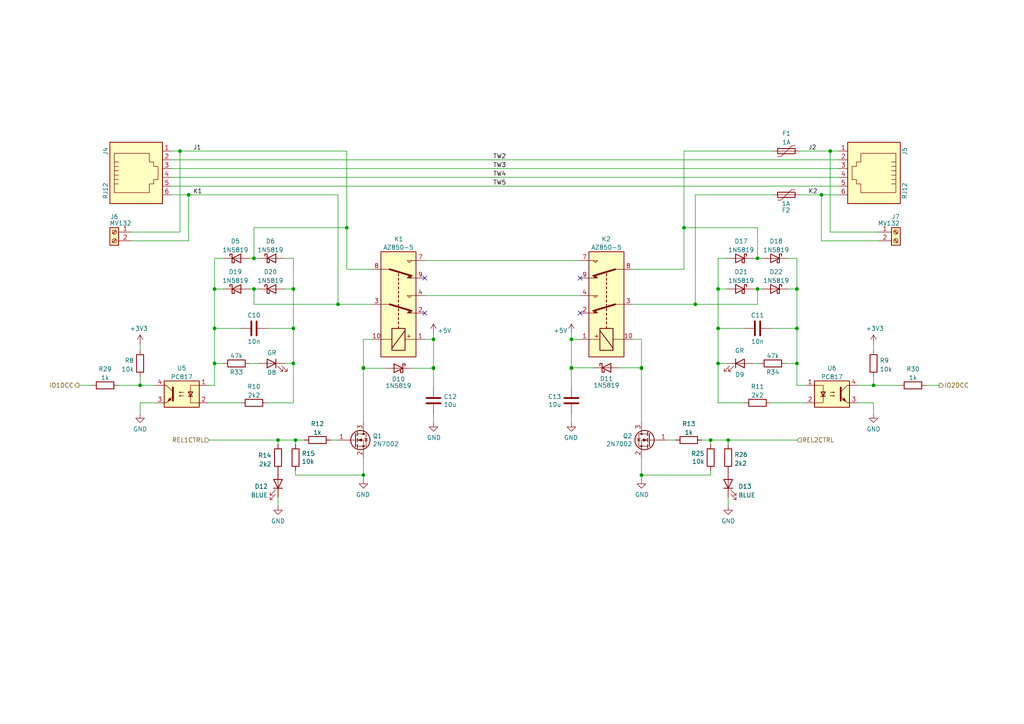
<source format=kicad_sch>
(kicad_sch (version 20211123) (generator eeschema)
  (paper "A4")
  (title_block (title "DCC cutter DC-01 - DCC cutting subschematics") (company "Model Railroader Club Brno I – KMŽ Brno I – https://kmz-brno.cz/") (comment 1 "Jan Horáček") (comment 2 "https://github.com/kmzbrnoI/dc01") (comment 3 "https://creativecommons.org/licenses/by-sa/4.0/") (comment 4 "Released under the Creative Commons Attribution-ShareAlike 4.0 License"))
  (lib_symbols
    (symbol "Connector:RJ12" (pin_names (offset 1.016))
      (property "Reference" "J" (at -5.08 11.43 0))
      (property "Value" "RJ12" (at 2.54 11.43 0))
      (symbol "RJ12_0_1"
        (polyline (pts (xy -6.35 -1.905) (xy -5.08 -1.905) (xy -5.08 -1.905)))
        (polyline (pts (xy -6.35 -0.635) (xy -5.08 -0.635) (xy -5.08 -0.635)))
        (polyline (pts (xy -6.35 0.635) (xy -5.08 0.635) (xy -5.08 0.635)))
        (polyline (pts (xy -6.35 1.905) (xy -5.08 1.905) (xy -5.08 1.905)))
        (polyline (pts (xy -6.35 3.175) (xy -5.08 3.175) (xy -5.08 3.175)))
        (polyline (pts (xy -5.08 4.445) (xy -6.35 4.445) (xy -6.35 4.445)))
        (polyline (pts (xy -6.35 -4.445) (xy -6.35 6.985) (xy 3.81 6.985) (xy 3.81 4.445) (xy 5.08 4.445) (xy 5.08 3.175) (xy 6.35 3.175) (xy 6.35 -0.635) (xy 5.08 -0.635) (xy 5.08 -1.905) (xy 3.81 -1.905) (xy 3.81 -4.445) (xy -6.35 -4.445) (xy -6.35 -4.445)))
        (rectangle (start 7.62 10.16) (end -7.62 -7.62) (stroke (width 0.254)) (fill (type background)))
      )
      (symbol "RJ12_1_1"
        (pin passive line (at 10.16 -5.08 180) (length 2.54) (name "~") (number "1"))
        (pin passive line (at 10.16 -2.54 180) (length 2.54) (name "~") (number "2"))
        (pin passive line (at 10.16 0 180) (length 2.54) (name "~") (number "3"))
        (pin passive line (at 10.16 2.54 180) (length 2.54) (name "~") (number "4"))
        (pin passive line (at 10.16 5.08 180) (length 2.54) (name "~") (number "5"))
        (pin passive line (at 10.16 7.62 180) (length 2.54) (name "~") (number "6"))
      )
    )
    (symbol "Connector:Screw_Terminal_01x02" (pin_names (offset 1.016) hide)
      (property "Reference" "J" (at 0 2.54 0))
      (property "Value" "Screw_Terminal_01x02" (at 0 -5.08 0))
      (symbol "Screw_Terminal_01x02_1_1"
        (rectangle (start -1.27 1.27) (end 1.27 -3.81) (stroke (width 0.254)) (fill (type background)))
        (circle (center 0 -2.54) (radius 0.635) (stroke (width 0.1524)))
        (polyline (pts (xy -0.5334 -2.2098) (xy 0.3302 -3.048)) (stroke (width 0.1524)))
        (polyline (pts (xy -0.5334 0.3302) (xy 0.3302 -0.508)) (stroke (width 0.1524)))
        (polyline (pts (xy -0.3556 -2.032) (xy 0.508 -2.8702)) (stroke (width 0.1524)))
        (polyline (pts (xy -0.3556 0.508) (xy 0.508 -0.3302)) (stroke (width 0.1524)))
        (circle (center 0 0) (radius 0.635) (stroke (width 0.1524)))
        (pin passive line (at -5.08 0 0) (length 3.81) (name "Pin_1") (number "1"))
        (pin passive line (at -5.08 -2.54 0) (length 3.81) (name "Pin_2") (number "2"))
      )
    )
    (symbol "Device:C" (pin_numbers hide) (pin_names (offset 0.254))
      (property "Reference" "C" (at 0.635 2.54 0))
      (property "Value" "C" (at 0.635 -2.54 0))
      (symbol "C_0_1"
        (polyline (pts (xy -2.032 -0.762) (xy 2.032 -0.762)) (stroke (width 0.508)))
        (polyline (pts (xy -2.032 0.762) (xy 2.032 0.762)) (stroke (width 0.508)))
      )
      (symbol "C_1_1"
        (pin passive line (at 0 3.81 270) (length 2.794) (name "~") (number "1"))
        (pin passive line (at 0 -3.81 90) (length 2.794) (name "~") (number "2"))
      )
    )
    (symbol "Device:LED" (pin_numbers hide) (pin_names (offset 1.016) hide)
      (property "Reference" "D" (at 0 2.54 0))
      (property "Value" "LED" (at 0 -2.54 0))
      (symbol "LED_0_1"
        (polyline (pts (xy -1.27 -1.27) (xy -1.27 1.27)) (stroke (width 0.254)))
        (polyline (pts (xy -1.27 0) (xy 1.27 0)))
        (polyline (pts (xy 1.27 -1.27) (xy 1.27 1.27) (xy -1.27 0) (xy 1.27 -1.27)) (stroke (width 0.254)))
        (polyline (pts (xy -3.048 -0.762) (xy -4.572 -2.286) (xy -3.81 -2.286) (xy -4.572 -2.286) (xy -4.572 -1.524)))
        (polyline (pts (xy -1.778 -0.762) (xy -3.302 -2.286) (xy -2.54 -2.286) (xy -3.302 -2.286) (xy -3.302 -1.524)))
      )
      (symbol "LED_1_1"
        (pin passive line (at -3.81 0 0) (length 2.54) (name "K") (number "1"))
        (pin passive line (at 3.81 0 180) (length 2.54) (name "A") (number "2"))
      )
    )
    (symbol "Device:Polyfuse" (pin_numbers hide) (pin_names (offset 0))
      (property "Reference" "F" (at -2.54 0 90))
      (property "Value" "Polyfuse" (at 2.54 0 90))
      (symbol "Polyfuse_0_1"
        (rectangle (start -0.762 2.54) (end 0.762 -2.54) (stroke (width 0.254)))
        (polyline (pts (xy 0 2.54) (xy 0 -2.54)))
        (polyline (pts (xy -1.524 2.54) (xy -1.524 1.524) (xy 1.524 -1.524) (xy 1.524 -2.54)))
      )
      (symbol "Polyfuse_1_1"
        (pin passive line (at 0 3.81 270) (length 1.27) (name "~") (number "1"))
        (pin passive line (at 0 -3.81 90) (length 1.27) (name "~") (number "2"))
      )
    )
    (symbol "Device:R" (pin_numbers hide) (pin_names (offset 0))
      (property "Reference" "R" (at 2.032 0 90))
      (property "Value" "R" (at 0 0 90))
      (symbol "R_0_1"
        (rectangle (start -1.016 -2.54) (end 1.016 2.54) (stroke (width 0.254)))
      )
      (symbol "R_1_1"
        (pin passive line (at 0 3.81 270) (length 1.27) (name "~") (number "1"))
        (pin passive line (at 0 -3.81 90) (length 1.27) (name "~") (number "2"))
      )
    )
    (symbol "Diode:1N5819" (pin_numbers hide) (pin_names (offset 1.016) hide)
      (property "Reference" "D" (at 0 2.54 0))
      (property "Value" "1N5819" (at 0 -2.54 0))
      (symbol "1N5819_0_1"
        (polyline (pts (xy 1.27 0) (xy -1.27 0)))
        (polyline (pts (xy 1.27 1.27) (xy 1.27 -1.27) (xy -1.27 0) (xy 1.27 1.27)) (stroke (width 0.254)))
        (polyline (pts (xy -1.905 0.635) (xy -1.905 1.27) (xy -1.27 1.27) (xy -1.27 -1.27) (xy -0.635 -1.27) (xy -0.635 -0.635)) (stroke (width 0.254)))
      )
      (symbol "1N5819_1_1"
        (pin passive line (at -3.81 0 0) (length 2.54) (name "K") (number "1"))
        (pin passive line (at 3.81 0 180) (length 2.54) (name "A") (number "2"))
      )
    )
    (symbol "Isolator:PC817" (pin_names (offset 1.016))
      (property "Reference" "U" (at -5.08 5.08 0))
      (property "Value" "PC817" (at 0 5.08 0))
      (symbol "PC817_0_1"
        (rectangle (start -5.08 3.81) (end 5.08 -3.81) (stroke (width 0.254)) (fill (type background)))
        (polyline (pts (xy -3.175 -0.635) (xy -1.905 -0.635)) (stroke (width 0.254)))
        (polyline (pts (xy 2.54 0.635) (xy 4.445 2.54)))
        (polyline (pts (xy 4.445 -2.54) (xy 2.54 -0.635)) (fill (type outline)))
        (polyline (pts (xy 4.445 -2.54) (xy 5.08 -2.54)))
        (polyline (pts (xy 4.445 2.54) (xy 5.08 2.54)))
        (polyline (pts (xy -5.08 2.54) (xy -2.54 2.54) (xy -2.54 -0.635)))
        (polyline (pts (xy -2.54 -0.635) (xy -2.54 -2.54) (xy -5.08 -2.54)))
        (polyline (pts (xy 2.54 1.905) (xy 2.54 -1.905) (xy 2.54 -1.905)) (stroke (width 0.508)))
        (polyline (pts (xy -2.54 -0.635) (xy -3.175 0.635) (xy -1.905 0.635) (xy -2.54 -0.635)) (stroke (width 0.254)))
        (polyline (pts (xy -0.508 -0.508) (xy 0.762 -0.508) (xy 0.381 -0.635) (xy 0.381 -0.381) (xy 0.762 -0.508)))
        (polyline (pts (xy -0.508 0.508) (xy 0.762 0.508) (xy 0.381 0.381) (xy 0.381 0.635) (xy 0.762 0.508)))
        (polyline (pts (xy 3.048 -1.651) (xy 3.556 -1.143) (xy 4.064 -2.159) (xy 3.048 -1.651) (xy 3.048 -1.651)) (fill (type outline)))
      )
      (symbol "PC817_1_1"
        (pin passive line (at -7.62 2.54 0) (length 2.54) (name "~") (number "1"))
        (pin passive line (at -7.62 -2.54 0) (length 2.54) (name "~") (number "2"))
        (pin passive line (at 7.62 -2.54 180) (length 2.54) (name "~") (number "3"))
        (pin passive line (at 7.62 2.54 180) (length 2.54) (name "~") (number "4"))
      )
    )
    (symbol "Relay:AZ850-x"
      (property "Reference" "K" (at 16.51 3.81 0))
      (property "Value" "AZ850-x" (at 16.51 1.27 0))
      (symbol "AZ850-x_0_0"
        (text "+" (at -9.271 2.921 0) (effects (font (size 1.27 1.27))))
      )
      (symbol "AZ850-x_0_1"
        (rectangle (start -15.24 5.08) (end 15.24 -5.08) (stroke (width 0.254)) (fill (type background)))
        (rectangle (start -13.335 1.905) (end -6.985 -1.905) (stroke (width 0.254)))
        (polyline (pts (xy -12.7 -1.905) (xy -7.62 1.905)) (stroke (width 0.254)))
        (polyline (pts (xy -10.16 -5.08) (xy -10.16 -1.905)))
        (polyline (pts (xy -10.16 5.08) (xy -10.16 1.905)))
        (polyline (pts (xy -6.985 0) (xy -6.35 0)) (stroke (width 0.254)))
        (polyline (pts (xy -5.715 0) (xy -5.08 0)) (stroke (width 0.254)))
        (polyline (pts (xy -4.445 0) (xy -3.81 0)) (stroke (width 0.254)))
        (polyline (pts (xy -3.175 0) (xy -2.54 0)) (stroke (width 0.254)))
        (polyline (pts (xy -1.905 0) (xy -1.27 0)) (stroke (width 0.254)))
        (polyline (pts (xy -0.635 0) (xy 0 0)) (stroke (width 0.254)))
        (polyline (pts (xy 0 -2.54) (xy -1.905 3.81)) (stroke (width 0.508)))
        (polyline (pts (xy 0 -2.54) (xy 0 -5.08)))
        (polyline (pts (xy 0.635 0) (xy 1.27 0)) (stroke (width 0.254)))
        (polyline (pts (xy 1.905 0) (xy 2.54 0)) (stroke (width 0.254)))
        (polyline (pts (xy 3.175 0) (xy 3.81 0)) (stroke (width 0.254)))
        (polyline (pts (xy 4.445 0) (xy 5.08 0)) (stroke (width 0.254)))
        (polyline (pts (xy 5.715 0) (xy 6.35 0)) (stroke (width 0.254)))
        (polyline (pts (xy 6.985 0) (xy 7.62 0)) (stroke (width 0.254)))
        (polyline (pts (xy 8.255 0) (xy 8.89 0)) (stroke (width 0.254)))
        (polyline (pts (xy 10.16 -2.54) (xy 8.255 3.81)) (stroke (width 0.508)))
        (polyline (pts (xy 10.16 -2.54) (xy 10.16 -5.08)))
        (polyline (pts (xy -2.54 5.08) (xy -2.54 2.54) (xy -1.905 3.175) (xy -2.54 3.81)) (fill (type outline)))
        (polyline (pts (xy 2.54 5.08) (xy 2.54 2.54) (xy 1.905 3.175) (xy 2.54 3.81)))
        (polyline (pts (xy 7.62 5.08) (xy 7.62 2.54) (xy 8.255 3.175) (xy 7.62 3.81)) (fill (type outline)))
        (polyline (pts (xy 12.7 5.08) (xy 12.7 2.54) (xy 12.065 3.175) (xy 12.7 3.81)))
      )
      (symbol "AZ850-x_1_1"
        (pin passive line (at -10.16 7.62 270) (length 2.54) (name "~") (number "1"))
        (pin passive line (at -10.16 -7.62 90) (length 2.54) (name "~") (number "10"))
        (pin passive line (at -2.54 7.62 270) (length 2.54) (name "~") (number "2"))
        (pin passive line (at 0 -7.62 90) (length 2.54) (name "~") (number "3"))
        (pin passive line (at 2.54 7.62 270) (length 2.54) (name "~") (number "4"))
        (pin passive line (at 12.7 7.62 270) (length 2.54) (name "~") (number "7"))
        (pin passive line (at 10.16 -7.62 90) (length 2.54) (name "~") (number "8"))
        (pin passive line (at 7.62 7.62 270) (length 2.54) (name "~") (number "9"))
      )
    )
    (symbol "Transistor_FET:2N7002" (pin_names hide)
      (property "Reference" "Q" (at 5.08 1.905 0))
      (property "Value" "2N7002" (at 5.08 0 0))
      (symbol "2N7002_0_1"
        (polyline (pts (xy 0.254 0) (xy -2.54 0)))
        (polyline (pts (xy 0.254 1.905) (xy 0.254 -1.905)) (stroke (width 0.254)))
        (polyline (pts (xy 0.762 -1.27) (xy 0.762 -2.286)) (stroke (width 0.254)))
        (polyline (pts (xy 0.762 0.508) (xy 0.762 -0.508)) (stroke (width 0.254)))
        (polyline (pts (xy 0.762 2.286) (xy 0.762 1.27)) (stroke (width 0.254)))
        (polyline (pts (xy 2.54 2.54) (xy 2.54 1.778)))
        (polyline (pts (xy 2.54 -2.54) (xy 2.54 0) (xy 0.762 0)))
        (polyline (pts (xy 0.762 -1.778) (xy 3.302 -1.778) (xy 3.302 1.778) (xy 0.762 1.778)))
        (polyline (pts (xy 1.016 0) (xy 2.032 0.381) (xy 2.032 -0.381) (xy 1.016 0)) (fill (type outline)))
        (polyline (pts (xy 2.794 0.508) (xy 2.921 0.381) (xy 3.683 0.381) (xy 3.81 0.254)))
        (polyline (pts (xy 3.302 0.381) (xy 2.921 -0.254) (xy 3.683 -0.254) (xy 3.302 0.381)))
        (circle (center 1.651 0) (radius 2.794) (stroke (width 0.254)))
        (circle (center 2.54 -1.778) (radius 0.254) (fill (type outline)))
        (circle (center 2.54 1.778) (radius 0.254) (fill (type outline)))
      )
      (symbol "2N7002_1_1"
        (pin input line (at -5.08 0 0) (length 2.54) (name "G") (number "1"))
        (pin passive line (at 2.54 -5.08 90) (length 2.54) (name "S") (number "2"))
        (pin passive line (at 2.54 5.08 270) (length 2.54) (name "D") (number "3"))
      )
    )
    (symbol "power:+3V3" (power) (pin_names (offset 0))
      (property "Value" "+3V3" (at 0 3.556 0))
      (symbol "+3V3_0_1"
        (polyline (pts (xy -0.762 1.27) (xy 0 2.54)))
        (polyline (pts (xy 0 0) (xy 0 2.54)))
        (polyline (pts (xy 0 2.54) (xy 0.762 1.27)))
      )
      (symbol "+3V3_1_1"
        (pin power_in line (at 0 0 90) (length 0) hide (name "+3V3") (number "1"))
      )
    )
    (symbol "power:+5V" (power) (pin_names (offset 0))
      (property "Value" "+5V" (at 0 3.556 0))
      (symbol "+5V_0_1"
        (polyline (pts (xy -0.762 1.27) (xy 0 2.54)))
        (polyline (pts (xy 0 0) (xy 0 2.54)))
        (polyline (pts (xy 0 2.54) (xy 0.762 1.27)))
      )
      (symbol "+5V_1_1"
        (pin power_in line (at 0 0 90) (length 0) hide (name "+5V") (number "1"))
      )
    )
    (symbol "power:GND" (power) (pin_names (offset 0))
      (property "Value" "GND" (at 0 -3.81 0))
      (symbol "GND_0_1"
        (polyline (pts (xy 0 0) (xy 0 -1.27) (xy 1.27 -1.27) (xy 0 -2.54) (xy -1.27 -1.27) (xy 0 -1.27)))
      )
      (symbol "GND_1_1"
        (pin power_in line (at 0 0 270) (length 0) hide (name "GND") (number "1"))
      )
    )
  )
  (junction (at 62.23 95.25))
  (junction (at 186.055 106.68))
  (junction (at 85.09 95.25))
  (junction (at 105.41 137.795))
  (junction (at 231.14 105.41))
  (junction (at 165.735 106.68))
  (junction (at 73.66 74.93))
  (junction (at 198.374 66.04))
  (junction (at 231.14 83.82))
  (junction (at 238.252 56.515))
  (junction (at 85.09 105.41))
  (junction (at 208.28 83.82))
  (junction (at 240.792 43.815))
  (junction (at 125.73 98.425))
  (junction (at 186.055 137.795))
  (junction (at 40.64 111.76))
  (junction (at 165.735 106.807))
  (junction (at 105.41 106.68))
  (junction (at 98.044 88.265))
  (junction (at 52.197 43.815))
  (junction (at 125.73 106.68))
  (junction (at 253.365 111.76))
  (junction (at 208.28 95.25))
  (junction (at 105.41 106.807))
  (junction (at 125.73 106.807))
  (junction (at 211.201 127.635))
  (junction (at 85.725 127.635))
  (junction (at 54.737 56.515))
  (junction (at 85.09 83.82))
  (junction (at 231.14 95.25))
  (junction (at 100.584 66.04))
  (junction (at 201.676 88.265))
  (junction (at 62.23 83.82))
  (junction (at 219.71 74.93))
  (junction (at 206.121 127.635))
  (junction (at 208.28 105.41))
  (junction (at 219.71 83.82))
  (junction (at 165.735 98.425))
  (junction (at 73.66 83.82))
  (junction (at 62.23 105.41))
  (junction (at 186.055 106.807))
  (junction (at 80.645 127.635))
  (no_connect (at 123.19 80.645))
  (no_connect (at 168.275 90.805))
  (no_connect (at 123.19 90.805))
  (no_connect (at 168.275 80.645))
  (wire (pts (xy 218.44 83.82) (xy 219.71 83.82)))
  (wire (pts (xy 98.044 56.515) (xy 98.044 88.265)))
  (wire (pts (xy 231.14 105.41) (xy 231.14 111.76)))
  (wire (pts (xy 223.52 116.84) (xy 233.68 116.84)))
  (wire (pts (xy 52.197 67.31) (xy 52.197 43.815)))
  (wire (pts (xy 208.28 105.41) (xy 210.82 105.41)))
  (wire (pts (xy 165.735 106.807) (xy 165.735 112.395)))
  (wire (pts (xy 198.374 43.815) (xy 224.282 43.815)))
  (wire (pts (xy 38.227 67.31) (xy 52.197 67.31)))
  (wire (pts (xy 62.23 105.41) (xy 64.77 105.41)))
  (wire (pts (xy 85.725 127.635) (xy 80.645 127.635)))
  (wire (pts (xy 238.252 56.515) (xy 238.252 69.85)))
  (wire (pts (xy 238.252 56.515) (xy 243.332 56.515)))
  (wire (pts (xy 62.23 95.25) (xy 69.85 95.25)))
  (wire (pts (xy 85.725 136.525) (xy 85.725 137.795)))
  (wire (pts (xy 73.66 74.93) (xy 74.93 74.93)))
  (wire (pts (xy 227.965 105.41) (xy 231.14 105.41)))
  (wire (pts (xy 198.374 66.04) (xy 219.71 66.04)))
  (wire (pts (xy 105.41 132.715) (xy 105.41 137.795)))
  (wire (pts (xy 238.252 69.85) (xy 254.762 69.85)))
  (wire (pts (xy 52.197 43.815) (xy 100.584 43.815)))
  (wire (pts (xy 40.64 111.76) (xy 40.64 109.22)))
  (wire (pts (xy 228.6 74.93) (xy 231.14 74.93)))
  (wire (pts (xy 201.676 56.515) (xy 201.676 88.265)))
  (wire (pts (xy 60.706 127.635) (xy 80.645 127.635)))
  (wire (pts (xy 85.725 127.635) (xy 85.725 128.905)))
  (wire (pts (xy 105.41 98.425) (xy 105.41 106.68)))
  (wire (pts (xy 62.23 74.93) (xy 64.77 74.93)))
  (wire (pts (xy 240.792 67.31) (xy 254.762 67.31)))
  (wire (pts (xy 80.645 127.635) (xy 80.645 128.905)))
  (wire (pts (xy 77.47 116.84) (xy 85.09 116.84)))
  (wire (pts (xy 231.14 127.635) (xy 211.201 127.635)))
  (wire (pts (xy 206.121 127.635) (xy 211.201 127.635)))
  (wire (pts (xy 123.19 85.725) (xy 168.275 85.725)))
  (wire (pts (xy 165.735 106.68) (xy 165.735 106.807)))
  (wire (pts (xy 231.902 43.815) (xy 240.792 43.815)))
  (wire (pts (xy 186.055 98.425) (xy 186.055 106.68)))
  (wire (pts (xy 73.66 66.04) (xy 73.66 74.93)))
  (wire (pts (xy 105.41 106.807) (xy 105.41 122.555)))
  (wire (pts (xy 219.71 74.93) (xy 220.98 74.93)))
  (wire (pts (xy 219.71 74.93) (xy 219.71 66.04)))
  (wire (pts (xy 40.64 116.84) (xy 40.64 120.015)))
  (wire (pts (xy 186.055 137.795) (xy 186.055 139.065)))
  (wire (pts (xy 105.41 137.795) (xy 105.41 139.065)))
  (wire (pts (xy 183.515 78.105) (xy 198.374 78.105)))
  (wire (pts (xy 77.47 95.25) (xy 85.09 95.25)))
  (wire (pts (xy 62.23 95.25) (xy 62.23 105.41)))
  (wire (pts (xy 111.76 106.807) (xy 105.41 106.807)))
  (wire (pts (xy 248.92 111.76) (xy 253.365 111.76)))
  (wire (pts (xy 49.657 46.355) (xy 243.332 46.355)))
  (wire (pts (xy 62.23 105.41) (xy 62.23 111.76)))
  (wire (pts (xy 253.365 99.695) (xy 253.365 101.6)))
  (wire (pts (xy 208.28 74.93) (xy 210.82 74.93)))
  (wire (pts (xy 193.675 127.635) (xy 195.961 127.635)))
  (wire (pts (xy 183.515 88.265) (xy 201.676 88.265)))
  (wire (pts (xy 125.73 96.52) (xy 125.73 98.425)))
  (wire (pts (xy 210.82 83.82) (xy 208.28 83.82)))
  (wire (pts (xy 211.201 144.145) (xy 211.201 146.685)))
  (wire (pts (xy 72.39 83.82) (xy 73.66 83.82)))
  (wire (pts (xy 125.73 106.807) (xy 119.38 106.807)))
  (wire (pts (xy 62.23 111.76) (xy 60.325 111.76)))
  (wire (pts (xy 85.09 74.93) (xy 85.09 83.82)))
  (wire (pts (xy 72.39 74.93) (xy 73.66 74.93)))
  (wire (pts (xy 231.14 74.93) (xy 231.14 83.82)))
  (wire (pts (xy 165.735 98.425) (xy 168.275 98.425)))
  (wire (pts (xy 49.657 48.895) (xy 243.332 48.895)))
  (wire (pts (xy 80.645 144.145) (xy 80.645 146.685)))
  (wire (pts (xy 62.23 83.82) (xy 62.23 74.93)))
  (wire (pts (xy 49.657 51.435) (xy 243.332 51.435)))
  (wire (pts (xy 253.365 111.76) (xy 260.985 111.76)))
  (wire (pts (xy 186.055 106.807) (xy 186.055 122.555)))
  (wire (pts (xy 165.735 106.68) (xy 165.735 98.425)))
  (wire (pts (xy 22.86 111.76) (xy 26.67 111.76)))
  (wire (pts (xy 219.71 83.82) (xy 219.71 88.265)))
  (wire (pts (xy 72.39 105.41) (xy 74.93 105.41)))
  (wire (pts (xy 85.09 83.82) (xy 82.55 83.82)))
  (wire (pts (xy 208.28 83.82) (xy 208.28 95.25)))
  (wire (pts (xy 231.902 56.515) (xy 238.252 56.515)))
  (wire (pts (xy 125.73 106.68) (xy 125.73 106.807)))
  (wire (pts (xy 98.044 88.265) (xy 107.95 88.265)))
  (wire (pts (xy 208.28 95.25) (xy 215.9 95.25)))
  (wire (pts (xy 49.657 56.515) (xy 54.737 56.515)))
  (wire (pts (xy 186.055 132.715) (xy 186.055 137.795)))
  (wire (pts (xy 85.09 95.25) (xy 85.09 105.41)))
  (wire (pts (xy 73.66 83.82) (xy 74.93 83.82)))
  (wire (pts (xy 223.52 95.25) (xy 231.14 95.25)))
  (wire (pts (xy 38.227 69.85) (xy 54.737 69.85)))
  (wire (pts (xy 198.374 66.04) (xy 198.374 78.105)))
  (wire (pts (xy 248.92 116.84) (xy 253.365 116.84)))
  (wire (pts (xy 219.71 83.82) (xy 220.98 83.82)))
  (wire (pts (xy 206.121 136.525) (xy 206.121 137.795)))
  (wire (pts (xy 97.79 127.635) (xy 95.885 127.635)))
  (wire (pts (xy 208.28 116.84) (xy 215.9 116.84)))
  (wire (pts (xy 268.605 111.76) (xy 272.415 111.76)))
  (wire (pts (xy 73.66 83.82) (xy 73.66 88.265)))
  (wire (pts (xy 62.23 83.82) (xy 62.23 95.25)))
  (wire (pts (xy 125.73 120.015) (xy 125.73 122.555)))
  (wire (pts (xy 100.584 66.04) (xy 73.66 66.04)))
  (wire (pts (xy 253.365 111.76) (xy 253.365 109.22)))
  (wire (pts (xy 82.55 105.41) (xy 85.09 105.41)))
  (wire (pts (xy 186.055 106.68) (xy 186.055 106.807)))
  (wire (pts (xy 34.29 111.76) (xy 40.64 111.76)))
  (wire (pts (xy 253.365 116.84) (xy 253.365 120.015)))
  (wire (pts (xy 107.95 78.105) (xy 100.584 78.105)))
  (wire (pts (xy 85.09 105.41) (xy 85.09 116.84)))
  (wire (pts (xy 203.581 127.635) (xy 206.121 127.635)))
  (wire (pts (xy 208.28 105.41) (xy 208.28 116.84)))
  (wire (pts (xy 45.085 111.76) (xy 40.64 111.76)))
  (wire (pts (xy 183.515 98.425) (xy 186.055 98.425)))
  (wire (pts (xy 49.657 53.975) (xy 243.332 53.975)))
  (wire (pts (xy 165.735 106.68) (xy 172.085 106.68)))
  (wire (pts (xy 125.73 106.807) (xy 125.73 112.395)))
  (wire (pts (xy 165.735 120.015) (xy 165.735 122.555)))
  (wire (pts (xy 88.265 127.635) (xy 85.725 127.635)))
  (wire (pts (xy 208.28 95.25) (xy 208.28 105.41)))
  (wire (pts (xy 201.676 88.265) (xy 219.71 88.265)))
  (wire (pts (xy 54.737 69.85) (xy 54.737 56.515)))
  (wire (pts (xy 224.282 56.515) (xy 201.676 56.515)))
  (wire (pts (xy 60.325 116.84) (xy 69.85 116.84)))
  (wire (pts (xy 49.657 43.815) (xy 52.197 43.815)))
  (wire (pts (xy 218.44 105.41) (xy 220.345 105.41)))
  (wire (pts (xy 73.66 88.265) (xy 98.044 88.265)))
  (wire (pts (xy 100.584 43.815) (xy 100.584 66.04)))
  (wire (pts (xy 231.14 83.82) (xy 231.14 95.25)))
  (wire (pts (xy 85.09 83.82) (xy 85.09 95.25)))
  (wire (pts (xy 54.737 56.515) (xy 98.044 56.515)))
  (wire (pts (xy 231.14 111.76) (xy 233.68 111.76)))
  (wire (pts (xy 40.64 99.695) (xy 40.64 101.6)))
  (wire (pts (xy 240.792 43.815) (xy 240.792 67.31)))
  (wire (pts (xy 240.792 43.815) (xy 243.332 43.815)))
  (wire (pts (xy 208.28 83.82) (xy 208.28 74.93)))
  (wire (pts (xy 125.73 106.68) (xy 125.73 98.425)))
  (wire (pts (xy 186.055 137.795) (xy 206.121 137.795)))
  (wire (pts (xy 198.374 43.815) (xy 198.374 66.04)))
  (wire (pts (xy 107.95 98.425) (xy 105.41 98.425)))
  (wire (pts (xy 231.14 95.25) (xy 231.14 105.41)))
  (wire (pts (xy 123.19 75.565) (xy 168.275 75.565)))
  (wire (pts (xy 105.41 137.795) (xy 85.725 137.795)))
  (wire (pts (xy 82.55 74.93) (xy 85.09 74.93)))
  (wire (pts (xy 165.735 96.52) (xy 165.735 98.425)))
  (wire (pts (xy 179.705 106.68) (xy 186.055 106.68)))
  (wire (pts (xy 105.41 106.68) (xy 105.41 106.807)))
  (wire (pts (xy 45.085 116.84) (xy 40.64 116.84)))
  (wire (pts (xy 218.44 74.93) (xy 219.71 74.93)))
  (wire (pts (xy 100.584 66.04) (xy 100.584 78.105)))
  (wire (pts (xy 211.201 127.635) (xy 211.201 128.905)))
  (wire (pts (xy 64.77 83.82) (xy 62.23 83.82)))
  (wire (pts (xy 206.121 127.635) (xy 206.121 128.905)))
  (wire (pts (xy 231.14 83.82) (xy 228.6 83.82)))
  (wire (pts (xy 125.73 98.425) (xy 123.19 98.425)))
  (label "J2" (at 234.442 43.815 0))
  (label "K2" (at 234.442 56.515 0))
  (label "J1" (at 56.007 43.815 0))
  (label "TW2" (at 143.002 46.355 0))
  (label "TW5" (at 143.002 53.975 0))
  (label "TW3" (at 143.002 48.895 0))
  (label "K1" (at 56.007 56.515 0))
  (label "TW4" (at 143.002 51.435 0))
  (hierarchical_label "REL2CTRL" (shape input) (at 231.14 127.635 0))
  (hierarchical_label "IO1DCC" (shape output) (at 22.86 111.76 180))
  (hierarchical_label "IO2DCC" (shape output) (at 272.415 111.76 0))
  (hierarchical_label "REL1CTRL" (shape input) (at 60.706 127.635 180))
  (symbol (lib_id "Device:LED") (at 214.63 105.41 0) (unit 1)
    (property "Reference" "D9" (at 215.9 107.95 0) (effects (justify right top)))
    (property "Value" "GR" (at 215.9 100.965 0) (effects (justify right top)))
    (property "Footprint" "LED_SMD:LED_0805_2012Metric" (effects hide))
    (property "LCSC" "C2297" (effects hide))
  )
  (symbol (lib_id "Diode:1N5819") (at 214.63 74.93 0) (mirror y) (unit 1)
    (property "Reference" "D17" (at 214.9475 69.9602 0))
    (property "Value" "1N5819" (at 214.9475 72.4971 0))
    (property "Footprint" "Diode_SMD:D_SOD-123" (effects hide))
    (property "Datasheet" "http://www.vishay.com/docs/88525/1n5817.pdf" (effects hide))
    (property "LCSC" "C8598" (effects hide))
  )
  (symbol (lib_id "Diode:1N5819") (at 175.895 106.68 0) (unit 1)
    (property "Reference" "D11" (at 175.895 109.855 0))
    (property "Value" "1N5819" (at 175.895 111.76 0))
    (property "Footprint" "Diode_SMD:D_SOD-123" (effects hide))
    (property "Datasheet" "http://www.vishay.com/docs/88525/1n5817.pdf" (effects hide))
    (property "LCSC" "C8598" (effects hide))
  )
  (symbol (lib_id "Diode:1N5819") (at 78.74 83.82 0) (unit 1)
    (property "Reference" "D20" (at 78.4225 78.8502 0))
    (property "Value" "1N5819" (at 78.4225 81.3871 0))
    (property "Footprint" "Diode_SMD:D_SOD-123" (effects hide))
    (property "Datasheet" "http://www.vishay.com/docs/88525/1n5817.pdf" (effects hide))
    (property "LCSC" "C8598" (effects hide))
  )
  (symbol (lib_id "Device:Polyfuse") (at 228.092 43.815 90) (unit 1)
    (property "Reference" "F1" (at 228.092 38.7182 90))
    (property "Value" "1A" (at 228.092 41.2551 90))
    (property "Footprint" "Fuse:Fuse_1206_3216Metric_Pad1.42x1.75mm_HandSolder" (effects hide))
    (property "JLCPCB_IGNORE" "true" (effects hide))
  )
  (symbol (lib_id "Isolator:PC817") (at 52.705 114.3 0) (mirror y) (unit 1)
    (property "Reference" "U5" (at 52.705 106.7902 0))
    (property "Value" "PC817" (at 52.705 109.3271 0))
    (property "Footprint" "Package_DIP:DIP-4_W8.89mm_SMDSocket_LongPads" (effects hide))
    (property "Datasheet" "http://www.soselectronic.cz/a_info/resource/d/pc817.pdf" (effects hide))
    (property "LCSC" "C106900" (effects hide))
  )
  (symbol (lib_id "Device:R") (at 68.58 105.41 270) (mirror x) (unit 1)
    (property "Reference" "R33" (at 68.58 107.95 90))
    (property "Value" "47k" (at 68.58 103.2311 90))
    (property "Footprint" "Resistor_SMD:R_0805_2012Metric" (effects hide))
    (property "LCSC" "C17713" (effects hide))
  )
  (symbol (lib_id "Device:LED") (at 78.74 105.41 0) (mirror y) (unit 1)
    (property "Reference" "D8" (at 77.47 107.315 0) (effects (justify right top)))
    (property "Value" "GR" (at 77.47 101.6 0) (effects (justify right top)))
    (property "Footprint" "LED_SMD:LED_0805_2012Metric" (effects hide))
    (property "LCSC" "C2297" (effects hide))
  )
  (symbol (lib_id "Device:R") (at 253.365 105.41 180) (unit 1)
    (property "Reference" "R9" (at 255.143 104.5753 0) (effects (justify right)))
    (property "Value" "10k" (at 255.143 107.1122 0) (effects (justify right)))
    (property "Footprint" "Resistor_SMD:R_0805_2012Metric" (effects hide))
    (property "LCSC" "C17414" (effects hide))
  )
  (symbol (lib_id "Device:R") (at 85.725 132.715 0) (unit 1)
    (property "Reference" "R15" (at 87.503 131.5466 0) (effects (justify left)))
    (property "Value" "10k" (at 87.503 133.858 0) (effects (justify left)))
    (property "Footprint" "Resistor_SMD:R_0805_2012Metric" (effects hide))
    (property "LCSC" "C17414" (effects hide))
  )
  (symbol (lib_id "Diode:1N5819") (at 115.57 106.807 0) (mirror y) (unit 1)
    (property "Reference" "D10" (at 115.57 109.982 0))
    (property "Value" "1N5819" (at 115.57 111.887 0))
    (property "Footprint" "Diode_SMD:D_SOD-123" (effects hide))
    (property "Datasheet" "http://www.vishay.com/docs/88525/1n5817.pdf" (effects hide))
    (property "LCSC" "C8598" (effects hide))
  )
  (symbol (lib_id "Device:Polyfuse") (at 228.092 56.515 90) (unit 1)
    (property "Reference" "F2" (at 227.965 60.96 90))
    (property "Value" "1A" (at 227.965 59.055 90))
    (property "Footprint" "Fuse:Fuse_1206_3216Metric_Pad1.42x1.75mm_HandSolder" (effects hide))
    (property "JLCPCB_IGNORE" "true" (effects hide))
  )
  (symbol (lib_id "power:GND") (at 253.365 120.015 0) (unit 1)
    (property "Reference" "#PWR027" (effects hide))
    (property "Value" "GND" (at 253.365 124.4584 0))
  )
  (symbol (lib_id "Device:R") (at 92.075 127.635 270) (mirror x) (unit 1)
    (property "Reference" "R12" (at 92.075 122.9192 90))
    (property "Value" "1k" (at 92.075 125.4561 90))
    (property "Footprint" "Resistor_SMD:R_0805_2012Metric" (effects hide))
    (property "LCSC" "C17513" (effects hide))
  )
  (symbol (lib_id "Diode:1N5819") (at 214.63 83.82 0) (mirror y) (unit 1)
    (property "Reference" "D21" (at 214.9475 78.8502 0))
    (property "Value" "1N5819" (at 214.9475 81.3871 0))
    (property "Footprint" "Diode_SMD:D_SOD-123" (effects hide))
    (property "Datasheet" "http://www.vishay.com/docs/88525/1n5817.pdf" (effects hide))
    (property "LCSC" "C8598" (effects hide))
  )
  (symbol (lib_id "Connector:Screw_Terminal_01x02") (at 33.147 67.31 0) (mirror y) (unit 1)
    (property "Reference" "J6" (at 33.147 62.865 0))
    (property "Value" "MV132" (at 31.75 64.77 0) (effects (justify right)))
    (property "Footprint" "TerminalBlock_4Ucon:TerminalBlock_4Ucon_1x02_P3.50mm_Horizontal" (effects hide))
    (property "JLCPCB_IGNORE" "true" (effects hide))
  )
  (symbol (lib_id "Relay:AZ850-x") (at 175.895 88.265 90) (unit 1)
    (property "Reference" "K2" (at 177.165 69.342 90) (effects (justify left)))
    (property "Value" "AZ850-5" (at 175.895 71.755 90))
    (property "Footprint" "Relay_THT:Relay_DPDT_FRT5" (effects hide))
    (property "Datasheet" "http://www.azettler.com/pdfs/az850.pdf" (effects hide))
    (property "JLCPCB_IGNORE" "true" (effects hide))
  )
  (symbol (lib_id "Device:R") (at 224.155 105.41 90) (unit 1)
    (property "Reference" "R34" (at 224.155 107.95 90))
    (property "Value" "47k" (at 224.155 103.2311 90))
    (property "Footprint" "Resistor_SMD:R_0805_2012Metric" (effects hide))
    (property "LCSC" "C17713" (effects hide))
  )
  (symbol (lib_id "power:GND") (at 125.73 122.555 0) (unit 1)
    (property "Reference" "#PWR028" (effects hide))
    (property "Value" "GND" (at 125.857 126.9492 0))
  )
  (symbol (lib_id "Connector:Screw_Terminal_01x02") (at 259.842 67.31 0) (unit 1)
    (property "Reference" "J7" (at 258.572 62.865 0) (effects (justify left)))
    (property "Value" "MV132" (at 260.985 64.77 0) (effects (justify right)))
    (property "Footprint" "TerminalBlock_4Ucon:TerminalBlock_4Ucon_1x02_P3.50mm_Horizontal" (effects hide))
    (property "JLCPCB_IGNORE" "true" (effects hide))
  )
  (symbol (lib_id "Device:R") (at 211.201 132.715 0) (unit 1)
    (property "Reference" "R26" (at 212.979 131.8803 0) (effects (justify left)))
    (property "Value" "2k2" (at 212.979 134.4172 0) (effects (justify left)))
    (property "Footprint" "Resistor_SMD:R_0805_2012Metric" (effects hide))
    (property "LCSC" "C17520" (effects hide))
  )
  (symbol (lib_id "Device:R") (at 30.48 111.76 90) (mirror x) (unit 1)
    (property "Reference" "R29" (at 30.48 107.0442 90))
    (property "Value" "1k" (at 30.48 109.5811 90))
    (property "Footprint" "Resistor_SMD:R_0805_2012Metric" (effects hide))
    (property "LCSC" "C17513" (effects hide))
  )
  (symbol (lib_id "power:+5V") (at 165.735 96.52 0) (unit 1)
    (property "Reference" "#PWR021" (effects hide))
    (property "Value" "+5V" (at 162.56 95.885 0))
  )
  (symbol (lib_id "power:GND") (at 165.735 122.555 0) (mirror y) (unit 1)
    (property "Reference" "#PWR029" (effects hide))
    (property "Value" "GND" (at 165.608 126.9492 0))
  )
  (symbol (lib_id "Diode:1N5819") (at 224.79 83.82 0) (mirror y) (unit 1)
    (property "Reference" "D22" (at 225.1075 78.8502 0))
    (property "Value" "1N5819" (at 225.1075 81.3871 0))
    (property "Footprint" "Diode_SMD:D_SOD-123" (effects hide))
    (property "Datasheet" "http://www.vishay.com/docs/88525/1n5817.pdf" (effects hide))
    (property "LCSC" "C8598" (effects hide))
  )
  (symbol (lib_id "power:GND") (at 80.645 146.685 0) (mirror y) (unit 1)
    (property "Reference" "#PWR032" (effects hide))
    (property "Value" "GND" (at 80.645 151.1284 0))
  )
  (symbol (lib_id "Device:LED") (at 80.645 140.335 270) (mirror x) (unit 1)
    (property "Reference" "D12" (at 77.724 141.0878 90) (effects (justify right)))
    (property "Value" "BLUE" (at 77.724 143.6247 90) (effects (justify right)))
    (property "Footprint" "LED_SMD:LED_0805_2012Metric" (effects hide))
    (property "LCSC" "C2293" (effects hide))
  )
  (symbol (lib_id "Device:R") (at 40.64 105.41 0) (mirror x) (unit 1)
    (property "Reference" "R8" (at 38.862 104.5753 0) (effects (justify right)))
    (property "Value" "10k" (at 38.862 107.1122 0) (effects (justify right)))
    (property "Footprint" "Resistor_SMD:R_0805_2012Metric" (effects hide))
    (property "LCSC" "C17414" (effects hide))
  )
  (symbol (lib_id "power:+5V") (at 125.73 96.52 0) (mirror y) (unit 1)
    (property "Reference" "#PWR018" (effects hide))
    (property "Value" "+5V" (at 128.905 95.885 0))
  )
  (symbol (lib_id "Connector:RJ12") (at 39.497 48.895 0) (mirror x) (unit 1)
    (property "Reference" "J4" (at 30.607 45.085 90) (effects (justify right)))
    (property "Value" "RJ12" (at 30.607 57.785 90) (effects (justify right)))
    (property "Footprint" "Connector_RJ:RJ25_Wayconn_MJEA-660X1_Horizontal" (effects hide))
    (property "JLCPCB_IGNORE" "true" (effects hide))
  )
  (symbol (lib_id "power:GND") (at 105.41 139.065 0) (mirror y) (unit 1)
    (property "Reference" "#PWR030" (effects hide))
    (property "Value" "GND" (at 105.283 143.4592 0))
  )
  (symbol (lib_id "Device:R") (at 73.66 116.84 270) (mirror x) (unit 1)
    (property "Reference" "R10" (at 73.66 112.1242 90))
    (property "Value" "2k2" (at 73.66 114.6611 90))
    (property "Footprint" "Resistor_SMD:R_0805_2012Metric" (effects hide))
    (property "LCSC" "C17520" (effects hide))
  )
  (symbol (lib_id "Diode:1N5819") (at 78.74 74.93 0) (unit 1)
    (property "Reference" "D6" (at 78.4225 69.9602 0))
    (property "Value" "1N5819" (at 78.4225 72.4971 0))
    (property "Footprint" "Diode_SMD:D_SOD-123" (effects hide))
    (property "Datasheet" "http://www.vishay.com/docs/88525/1n5817.pdf" (effects hide))
    (property "LCSC" "C8598" (effects hide))
  )
  (symbol (lib_id "power:+3V3") (at 40.64 99.695 0) (mirror y) (unit 1)
    (property "Reference" "#PWR07" (effects hide))
    (property "Value" "+3V3" (at 40.259 95.3008 0))
  )
  (symbol (lib_id "Device:C") (at 125.73 116.205 0) (unit 1)
    (property "Reference" "C12" (at 128.651 115.0366 0) (effects (justify left)))
    (property "Value" "10u" (at 128.651 117.348 0) (effects (justify left)))
    (property "Footprint" "Capacitor_SMD:C_0805_2012Metric" (effects hide))
    (property "LCSC" "C15850" (effects hide))
  )
  (symbol (lib_id "Transistor_FET:2N7002") (at 102.87 127.635 0) (unit 1)
    (property "Reference" "Q1" (at 108.077 126.4666 0) (effects (justify left)))
    (property "Value" "2N7002" (at 108.077 128.778 0) (effects (justify left)))
    (property "Footprint" "Package_TO_SOT_SMD:SOT-23" (effects hide))
    (property "Datasheet" "https://www.onsemi.com/pub/Collateral/NDS7002A-D.PDF" (effects hide))
    (property "LCSC" "C8545" (effects hide))
    (property "JLCPCB_CORRECTION" "0;0;180" (effects hide))
  )
  (symbol (lib_id "Connector:RJ12") (at 253.492 48.895 180) (unit 1)
    (property "Reference" "J5" (at 262.382 45.085 90) (effects (justify right)))
    (property "Value" "RJ12" (at 262.382 57.785 90) (effects (justify right)))
    (property "Footprint" "Connector_RJ:RJ25_Wayconn_MJEA-660X1_Horizontal" (effects hide))
    (property "JLCPCB_IGNORE" "true" (effects hide))
  )
  (symbol (lib_id "Isolator:PC817") (at 241.3 114.3 0) (unit 1)
    (property "Reference" "U6" (at 241.3 106.7902 0))
    (property "Value" "PC817" (at 241.3 109.3271 0))
    (property "Footprint" "Package_DIP:DIP-4_W8.89mm_SMDSocket_LongPads" (effects hide))
    (property "Datasheet" "http://www.soselectronic.cz/a_info/resource/d/pc817.pdf" (effects hide))
    (property "LCSC" "C106900" (effects hide))
  )
  (symbol (lib_id "Transistor_FET:2N7002") (at 188.595 127.635 0) (mirror y) (unit 1)
    (property "Reference" "Q2" (at 183.388 126.4666 0) (effects (justify left)))
    (property "Value" "2N7002" (at 183.388 128.778 0) (effects (justify left)))
    (property "Footprint" "Package_TO_SOT_SMD:SOT-23" (effects hide))
    (property "Datasheet" "https://www.onsemi.com/pub/Collateral/NDS7002A-D.PDF" (effects hide))
    (property "LCSC" "C8545" (effects hide))
    (property "JLCPCB_CORRECTION" "0;0;180" (effects hide))
  )
  (symbol (lib_id "power:GND") (at 40.64 120.015 0) (mirror y) (unit 1)
    (property "Reference" "#PWR024" (effects hide))
    (property "Value" "GND" (at 40.64 124.4584 0))
  )
  (symbol (lib_id "power:GND") (at 186.055 139.065 0) (unit 1)
    (property "Reference" "#PWR031" (effects hide))
    (property "Value" "GND" (at 186.182 143.4592 0))
  )
  (symbol (lib_id "Relay:AZ850-x") (at 115.57 88.265 270) (mirror x) (unit 1)
    (property "Reference" "K1" (at 114.3 69.342 90) (effects (justify left)))
    (property "Value" "AZ850-5" (at 115.57 71.755 90))
    (property "Footprint" "Relay_THT:Relay_DPDT_FRT5" (effects hide))
    (property "Datasheet" "http://www.azettler.com/pdfs/az850.pdf" (effects hide))
    (property "JLCPCB_IGNORE" "true" (effects hide))
  )
  (symbol (lib_id "Device:C") (at 73.66 95.25 90) (unit 1)
    (property "Reference" "C10" (at 73.66 91.44 90))
    (property "Value" "10n" (at 73.66 99.06 90))
    (property "Footprint" "Capacitor_SMD:C_0805_2012Metric" (effects hide))
    (property "LCSC" "C1710" (effects hide))
  )
  (symbol (lib_id "Device:R") (at 199.771 127.635 90) (unit 1)
    (property "Reference" "R13" (at 199.771 122.9192 90))
    (property "Value" "1k" (at 199.771 125.4561 90))
    (property "Footprint" "Resistor_SMD:R_0805_2012Metric" (effects hide))
    (property "LCSC" "C17513" (effects hide))
  )
  (symbol (lib_id "Device:R") (at 206.121 132.715 0) (mirror y) (unit 1)
    (property "Reference" "R25" (at 204.343 131.5466 0) (effects (justify left)))
    (property "Value" "10k" (at 204.343 133.858 0) (effects (justify left)))
    (property "Footprint" "Resistor_SMD:R_0805_2012Metric" (effects hide))
    (property "LCSC" "C17414" (effects hide))
  )
  (symbol (lib_id "Diode:1N5819") (at 68.58 74.93 0) (unit 1)
    (property "Reference" "D5" (at 68.2625 69.9602 0))
    (property "Value" "1N5819" (at 68.2625 72.4971 0))
    (property "Footprint" "Diode_SMD:D_SOD-123" (effects hide))
    (property "Datasheet" "http://www.vishay.com/docs/88525/1n5817.pdf" (effects hide))
    (property "LCSC" "C8598" (effects hide))
  )
  (symbol (lib_id "Diode:1N5819") (at 224.79 74.93 0) (mirror y) (unit 1)
    (property "Reference" "D18" (at 225.1075 69.9602 0))
    (property "Value" "1N5819" (at 225.1075 72.4971 0))
    (property "Footprint" "Diode_SMD:D_SOD-123" (effects hide))
    (property "Datasheet" "http://www.vishay.com/docs/88525/1n5817.pdf" (effects hide))
    (property "LCSC" "C8598" (effects hide))
  )
  (symbol (lib_id "Device:C") (at 219.71 95.25 90) (unit 1)
    (property "Reference" "C11" (at 219.71 91.44 90))
    (property "Value" "10n" (at 219.71 99.06 90))
    (property "Footprint" "Capacitor_SMD:C_0805_2012Metric" (effects hide))
    (property "LCSC" "C1710" (effects hide))
  )
  (symbol (lib_id "power:+3V3") (at 253.365 99.695 0) (unit 1)
    (property "Reference" "#PWR011" (effects hide))
    (property "Value" "+3V3" (at 253.746 95.3008 0))
  )
  (symbol (lib_id "Diode:1N5819") (at 68.58 83.82 0) (unit 1)
    (property "Reference" "D19" (at 68.2625 78.8502 0))
    (property "Value" "1N5819" (at 68.2625 81.3871 0))
    (property "Footprint" "Diode_SMD:D_SOD-123" (effects hide))
    (property "Datasheet" "http://www.vishay.com/docs/88525/1n5817.pdf" (effects hide))
    (property "LCSC" "C8598" (effects hide))
  )
  (symbol (lib_id "Device:R") (at 219.71 116.84 90) (unit 1)
    (property "Reference" "R11" (at 219.71 112.1242 90))
    (property "Value" "2k2" (at 219.71 114.6611 90))
    (property "Footprint" "Resistor_SMD:R_0805_2012Metric" (effects hide))
    (property "LCSC" "C17520" (effects hide))
  )
  (symbol (lib_id "Device:R") (at 80.645 132.715 0) (mirror y) (unit 1)
    (property "Reference" "R14" (at 78.74 132.08 0) (effects (justify left)))
    (property "Value" "2k2" (at 78.74 134.62 0) (effects (justify left)))
    (property "Footprint" "Resistor_SMD:R_0805_2012Metric" (effects hide))
    (property "LCSC" "C17520" (effects hide))
  )
  (symbol (lib_id "Device:LED") (at 211.201 140.335 90) (unit 1)
    (property "Reference" "D13" (at 214.122 141.0878 90) (effects (justify right)))
    (property "Value" "BLUE" (at 214.122 143.6247 90) (effects (justify right)))
    (property "Footprint" "LED_SMD:LED_0805_2012Metric" (effects hide))
    (property "LCSC" "C2293" (effects hide))
  )
  (symbol (lib_id "Device:R") (at 264.795 111.76 90) (mirror x) (unit 1)
    (property "Reference" "R30" (at 264.795 107.0442 90))
    (property "Value" "1k" (at 264.795 109.5811 90))
    (property "Footprint" "Resistor_SMD:R_0805_2012Metric" (effects hide))
    (property "LCSC" "C17513" (effects hide))
  )
  (symbol (lib_id "Device:C") (at 165.735 116.205 0) (mirror y) (unit 1)
    (property "Reference" "C13" (at 162.814 115.0366 0) (effects (justify left)))
    (property "Value" "10u" (at 162.814 117.348 0) (effects (justify left)))
    (property "Footprint" "Capacitor_SMD:C_0805_2012Metric" (effects hide))
    (property "LCSC" "C15850" (effects hide))
  )
  (symbol (lib_id "power:GND") (at 211.201 146.685 0) (unit 1)
    (property "Reference" "#PWR033" (effects hide))
    (property "Value" "GND" (at 211.201 151.1284 0))
  )
)
</source>
